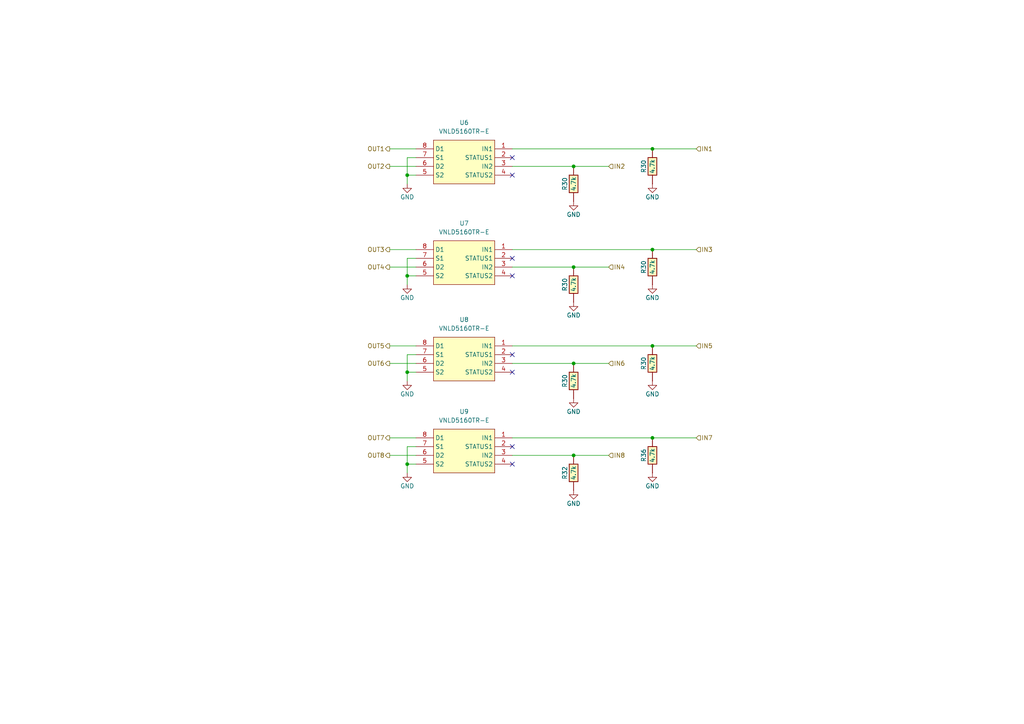
<source format=kicad_sch>
(kicad_sch (version 20250114) (generator "eeschema") (generator_version "9.0")
  (paper "A4")
  (title_block (title "UAEFI") (date "2025-04-30") (rev "E") (company "rusEFI.com"))
  (lib_symbols
    (symbol "chips:VNLD5160"
      (property "Reference" "U" (at 6.35 3.81 0))
      (property "Value" "VNLD5160TR-E" (at 12.7 -11.43 0))
      (symbol "VNLD5160_1_1"
        (rectangle (start 5.08 2.54) (end 22.86 -10.16) (fill (type background)))
        (pin input line (at 0 0 0) (length 5.08) (name "IN1") (number "1"))
        (pin open_collector line (at 0 -2.54 0) (length 5.08) (name "STATUS1") (number "2"))
        (pin input line (at 0 -5.08 0) (length 5.08) (name "IN2") (number "3"))
        (pin open_collector line (at 0 -7.62 0) (length 5.08) (name "STATUS2") (number "4"))
        (pin power_out line (at 27.94 0 180) (length 5.08) (name "D1") (number "8"))
        (pin power_in line (at 27.94 -2.54 180) (length 5.08) (name "S1") (number "7"))
        (pin power_out line (at 27.94 -5.08 180) (length 5.08) (name "D2") (number "6"))
        (pin power_in line (at 27.94 -7.62 180) (length 5.08) (name "S2") (number "5"))
      )
    )
    (symbol "hellen-one-common:Res" (pin_numbers (hide yes))
      (property "Reference" "R" (at 3.81 2.54 0))
      (property "Value" "Res" (at 5.08 -2.54 0))
      (symbol "Res_1_0"
        (rectangle (start 2.54 -1.27) (end 7.62 1.27) (stroke (width 0.254)) (fill (type background)))
        (pin passive line (at 0 0 0) (length 2.54) (name "") (number "1"))
        (pin passive line (at 10.16 0 180) (length 2.54) (name "") (number "2"))
      )
    )
    (symbol "power:GND" (power) (pin_numbers (hide yes)) (pin_names (offset 0) (hide yes))
      (property "Value" "GND" (at 0 -3.81 0))
      (symbol "GND_0_1"
        (polyline (pts (xy 0 0) (xy 0 -1.27) (xy 1.27 -1.27) (xy 0 -2.54) (xy -1.27 -1.27) (xy 0 -1.27)))
      )
      (symbol "GND_1_1"
        (pin power_in line (at 0 0 270) (length 0) (name "~") (number "1"))
      )
    )
  )
  (junction (at 189.23 72.39))
  (junction (at 166.37 77.47))
  (junction (at 189.23 100.33))
  (junction (at 166.37 48.26))
  (junction (at 118.11 50.8))
  (junction (at 118.11 107.95))
  (junction (at 118.11 134.62))
  (junction (at 166.37 132.08))
  (junction (at 189.23 127))
  (junction (at 166.37 105.41))
  (junction (at 189.23 43.18))
  (junction (at 118.11 80.01))
  (no_connect (at 148.59 134.62))
  (no_connect (at 148.59 74.93))
  (no_connect (at 148.59 50.8))
  (no_connect (at 148.59 107.95))
  (no_connect (at 148.59 80.01))
  (no_connect (at 148.59 45.72))
  (no_connect (at 148.59 129.54))
  (no_connect (at 148.59 102.87))
  (wire (pts (xy 118.11 80.01) (xy 118.11 74.93)))
  (wire (pts (xy 118.11 82.55) (xy 118.11 80.01)))
  (wire (pts (xy 118.11 107.95) (xy 118.11 102.87)))
  (wire (pts (xy 113.03 127) (xy 120.65 127)))
  (wire (pts (xy 166.37 132.08) (xy 176.53 132.08)))
  (wire (pts (xy 113.03 48.26) (xy 120.65 48.26)))
  (wire (pts (xy 118.11 50.8) (xy 118.11 45.72)))
  (wire (pts (xy 148.59 43.18) (xy 189.23 43.18)))
  (wire (pts (xy 189.23 100.33) (xy 201.93 100.33)))
  (wire (pts (xy 113.03 43.18) (xy 120.65 43.18)))
  (wire (pts (xy 118.11 45.72) (xy 120.65 45.72)))
  (wire (pts (xy 118.11 102.87) (xy 120.65 102.87)))
  (wire (pts (xy 118.11 134.62) (xy 120.65 134.62)))
  (wire (pts (xy 118.11 110.49) (xy 118.11 107.95)))
  (wire (pts (xy 189.23 127) (xy 201.93 127)))
  (wire (pts (xy 148.59 48.26) (xy 166.37 48.26)))
  (wire (pts (xy 166.37 77.47) (xy 176.53 77.47)))
  (wire (pts (xy 148.59 105.41) (xy 166.37 105.41)))
  (wire (pts (xy 118.11 80.01) (xy 120.65 80.01)))
  (wire (pts (xy 113.03 100.33) (xy 120.65 100.33)))
  (wire (pts (xy 113.03 132.08) (xy 120.65 132.08)))
  (wire (pts (xy 118.11 107.95) (xy 120.65 107.95)))
  (wire (pts (xy 118.11 129.54) (xy 120.65 129.54)))
  (wire (pts (xy 189.23 43.18) (xy 201.93 43.18)))
  (wire (pts (xy 118.11 134.62) (xy 118.11 129.54)))
  (wire (pts (xy 113.03 105.41) (xy 120.65 105.41)))
  (wire (pts (xy 148.59 100.33) (xy 189.23 100.33)))
  (wire (pts (xy 189.23 72.39) (xy 201.93 72.39)))
  (wire (pts (xy 113.03 77.47) (xy 120.65 77.47)))
  (wire (pts (xy 118.11 50.8) (xy 120.65 50.8)))
  (wire (pts (xy 118.11 137.16) (xy 118.11 134.62)))
  (wire (pts (xy 166.37 48.26) (xy 176.53 48.26)))
  (wire (pts (xy 113.03 72.39) (xy 120.65 72.39)))
  (wire (pts (xy 118.11 53.34) (xy 118.11 50.8)))
  (wire (pts (xy 148.59 127) (xy 189.23 127)))
  (wire (pts (xy 148.59 77.47) (xy 166.37 77.47)))
  (wire (pts (xy 148.59 132.08) (xy 166.37 132.08)))
  (wire (pts (xy 118.11 74.93) (xy 120.65 74.93)))
  (wire (pts (xy 166.37 105.41) (xy 176.53 105.41)))
  (wire (pts (xy 148.59 72.39) (xy 189.23 72.39)))
  (hierarchical_label "OUT3" (shape output) (at 113.03 72.39 180))
  (hierarchical_label "OUT1" (shape output) (at 113.03 43.18 180))
  (hierarchical_label "IN4" (shape input) (at 176.53 77.47 0))
  (hierarchical_label "IN2" (shape input) (at 176.53 48.26 0))
  (hierarchical_label "IN8" (shape input) (at 176.53 132.08 0))
  (hierarchical_label "IN1" (shape input) (at 201.93 43.18 0))
  (hierarchical_label "OUT7" (shape output) (at 113.03 127 180))
  (hierarchical_label "OUT6" (shape output) (at 113.03 105.41 180))
  (hierarchical_label "IN6" (shape input) (at 176.53 105.41 0))
  (hierarchical_label "OUT8" (shape output) (at 113.03 132.08 180))
  (hierarchical_label "IN3" (shape input) (at 201.93 72.39 0))
  (hierarchical_label "OUT2" (shape output) (at 113.03 48.26 180))
  (hierarchical_label "OUT4" (shape output) (at 113.03 77.47 180))
  (hierarchical_label "IN5" (shape input) (at 201.93 100.33 0))
  (hierarchical_label "IN7" (shape input) (at 201.93 127 0))
  (hierarchical_label "OUT5" (shape output) (at 113.03 100.33 180))
  (symbol (lib_id "power:GND") (at 118.11 137.16 0) (mirror y) (unit 1)
    (property "Reference" "#PWR066" (effects (hide yes)))
    (property "Value" "GND" (at 118.11 140.97 0))
    (property "Description" "Power symbol creates a global label with name \"GND\" , ground" (effects (hide yes)))
  )
  (symbol (lib_id "power:GND") (at 166.37 58.42 0) (unit 1)
    (property "Reference" "#PWR067" (effects (hide yes)))
    (property "Value" "GND" (at 166.37 62.23 0))
    (property "Description" "Power symbol creates a global label with name \"GND\" , ground" (effects (hide yes)))
    (instances (project "uaefi" (path "" (reference "#PWR067") (unit 1))) (project "uaefi" (path "" (reference "#PWR072") (unit 1))))
  )
  (symbol (lib_id "hellen-one-common:Res") (at 189.23 137.16 90) (unit 1)
    (property "Reference" "R36" (at 186.69 132.08 0))
    (property "Value" "4.7k" (at 189.23 132.08 0))
    (property "Footprint" "hellen-one-common:R0603" (effects (hide yes)))
    (property "LCSC" "C23162" (effects (hide yes)))
  )
  (symbol (lib_id "power:GND") (at 118.11 82.55 0) (mirror y) (unit 1)
    (property "Reference" "#PWR064" (effects (hide yes)))
    (property "Value" "GND" (at 118.11 86.36 0))
    (property "Description" "Power symbol creates a global label with name \"GND\" , ground" (effects (hide yes)))
    (instances (project "uaefi" (path "" (reference "#PWR064") (unit 1))) (project "uaefi" (path "" (reference "#PWR068") (unit 1))))
  )
  (symbol (lib_id "chips:VNLD5160") (at 148.59 43.18 0) (mirror y) (unit 1)
    (property "Reference" "U6" (at 134.62 35.56 0))
    (property "Value" "VNLD5160TR-E" (at 134.62 38.1 0))
    (property "Footprint" "Package_SO:SOIC-8_3.9x4.9mm_P1.27mm" (effects (hide yes)))
    (property "LCSC" "C377942" (effects (hide yes)))
    (instances (project "uaefi" (path "" (reference "U6") (unit 1))) (project "uaefi" (path "" (reference "U9") (unit 1))))
  )
  (symbol (lib_id "power:GND") (at 189.23 137.16 0) (unit 1)
    (property "Reference" "#PWR074" (effects (hide yes)))
    (property "Value" "GND" (at 189.23 140.97 0))
    (property "Description" "Power symbol creates a global label with name \"GND\" , ground" (effects (hide yes)))
  )
  (symbol (lib_id "hellen-one-common:Res") (at 189.23 82.55 90) (unit 1)
    (property "Reference" "R34" (at 186.69 77.47 0))
    (property "Value" "4.7k" (at 189.23 77.47 0))
    (property "Footprint" "hellen-one-common:R0603" (effects (hide yes)))
    (property "LCSC" "C23162" (effects (hide yes)))
    (instances (project "alphax_8ch" (path "" (reference "R30") (unit 1)) (path "" (reference "R67") (unit 1))) (project "alphax_8ch" (path "" (reference "R34") (unit 1))) (project "uaefi" (path "" (reference "R31") (unit 1))))
  )
  (symbol (lib_id "chips:VNLD5160") (at 148.59 127 0) (mirror y) (unit 1)
    (property "Reference" "U9" (at 134.62 119.38 0))
    (property "Value" "VNLD5160TR-E" (at 134.62 121.92 0))
    (property "Footprint" "Package_SO:SOIC-8_3.9x4.9mm_P1.27mm" (effects (hide yes)))
    (property "LCSC" "C377942" (effects (hide yes)))
  )
  (symbol (lib_id "chips:VNLD5160") (at 148.59 72.39 0) (mirror y) (unit 1)
    (property "Reference" "U7" (at 134.62 64.77 0))
    (property "Value" "VNLD5160TR-E" (at 134.62 67.31 0))
    (property "Footprint" "Package_SO:SOIC-8_3.9x4.9mm_P1.27mm" (effects (hide yes)))
    (property "LCSC" "C377942" (effects (hide yes)))
    (instances (project "uaefi" (path "" (reference "U7") (unit 1))) (project "uaefi" (path "" (reference "U10") (unit 1))))
  )
  (symbol (lib_id "power:GND") (at 166.37 87.63 0) (unit 1)
    (property "Reference" "#PWR068" (effects (hide yes)))
    (property "Value" "GND" (at 166.37 91.44 0))
    (property "Description" "Power symbol creates a global label with name \"GND\" , ground" (effects (hide yes)))
    (instances (project "uaefi" (path "" (reference "#PWR068") (unit 1))) (project "uaefi" (path "" (reference "#PWR0145") (unit 1))))
  )
  (symbol (lib_id "power:GND") (at 189.23 110.49 0) (unit 1)
    (property "Reference" "#PWR073" (effects (hide yes)))
    (property "Value" "GND" (at 189.23 114.3 0))
    (property "Description" "Power symbol creates a global label with name \"GND\" , ground" (effects (hide yes)))
    (instances (project "uaefi" (path "" (reference "#PWR073") (unit 1))) (project "uaefi" (path "" (reference "#PWR0147") (unit 1))))
  )
  (symbol (lib_id "hellen-one-common:Res") (at 166.37 115.57 90) (unit 1)
    (property "Reference" "R31" (at 163.83 110.49 0))
    (property "Value" "4.7k" (at 166.37 110.49 0))
    (property "Footprint" "hellen-one-common:R0603" (effects (hide yes)))
    (property "LCSC" "C23162" (effects (hide yes)))
    (instances (project "alphax_8ch" (path "" (reference "R30") (unit 1)) (path "" (reference "R67") (unit 1))) (project "alphax_8ch" (path "" (reference "R31") (unit 1))) (project "uaefi" (path "" (reference "R34") (unit 1))))
  )
  (symbol (lib_id "power:GND") (at 166.37 115.57 0) (unit 1)
    (property "Reference" "#PWR069" (effects (hide yes)))
    (property "Value" "GND" (at 166.37 119.38 0))
    (property "Description" "Power symbol creates a global label with name \"GND\" , ground" (effects (hide yes)))
    (instances (project "uaefi" (path "" (reference "#PWR069") (unit 1))) (project "uaefi" (path "" (reference "#PWR0146") (unit 1))))
  )
  (symbol (lib_id "chips:VNLD5160") (at 148.59 100.33 0) (mirror y) (unit 1)
    (property "Reference" "U8" (at 134.62 92.71 0))
    (property "Value" "VNLD5160TR-E" (at 134.62 95.25 0))
    (property "Footprint" "Package_SO:SOIC-8_3.9x4.9mm_P1.27mm" (effects (hide yes)))
    (property "LCSC" "C377942" (effects (hide yes)))
    (instances (project "uaefi" (path "" (reference "U8") (unit 1))) (project "uaefi" (path "" (reference "U11") (unit 1))))
  )
  (symbol (lib_id "power:GND") (at 189.23 53.34 0) (unit 1)
    (property "Reference" "#PWR071" (effects (hide yes)))
    (property "Value" "GND" (at 189.23 57.15 0))
    (property "Description" "Power symbol creates a global label with name \"GND\" , ground" (effects (hide yes)))
    (instances (project "uaefi" (path "" (reference "#PWR071") (unit 1))) (project "uaefi" (path "" (reference "#PWR0143") (unit 1))))
  )
  (symbol (lib_id "power:GND") (at 166.37 142.24 0) (unit 1)
    (property "Reference" "#PWR070" (effects (hide yes)))
    (property "Value" "GND" (at 166.37 146.05 0))
    (property "Description" "Power symbol creates a global label with name \"GND\" , ground" (effects (hide yes)))
  )
  (symbol (lib_id "power:GND") (at 189.23 82.55 0) (unit 1)
    (property "Reference" "#PWR072" (effects (hide yes)))
    (property "Value" "GND" (at 189.23 86.36 0))
    (property "Description" "Power symbol creates a global label with name \"GND\" , ground" (effects (hide yes)))
    (instances (project "uaefi" (path "" (reference "#PWR072") (unit 1))) (project "uaefi" (path "" (reference "#PWR0144") (unit 1))))
  )
  (symbol (lib_id "hellen-one-common:Res") (at 166.37 58.42 90) (unit 1)
    (property "Reference" "R29" (at 163.83 53.34 0))
    (property "Value" "4.7k" (at 166.37 53.34 0))
    (property "Footprint" "hellen-one-common:R0603" (effects (hide yes)))
    (property "LCSC" "C23162" (effects (hide yes)))
    (instances (project "alphax_8ch" (path "" (reference "R30") (unit 1)) (path "" (reference "R67") (unit 1))) (project "alphax_8ch" (path "" (reference "R29") (unit 1))) (project "uaefi" (path "" (reference "R30") (unit 1))))
  )
  (symbol (lib_id "hellen-one-common:Res") (at 189.23 110.49 90) (unit 1)
    (property "Reference" "R35" (at 186.69 105.41 0))
    (property "Value" "4.7k" (at 189.23 105.41 0))
    (property "Footprint" "hellen-one-common:R0603" (effects (hide yes)))
    (property "LCSC" "C23162" (effects (hide yes)))
    (instances (project "alphax_8ch" (path "" (reference "R30") (unit 1)) (path "" (reference "R67") (unit 1))) (project "alphax_8ch" (path "" (reference "R35") (unit 1))) (project "uaefi" (path "" (reference "R33") (unit 1))))
  )
  (symbol (lib_id "hellen-one-common:Res") (at 166.37 87.63 90) (unit 1)
    (property "Reference" "R30" (at 163.83 82.55 0))
    (property "Value" "4.7k" (at 166.37 82.55 0))
    (property "Footprint" "hellen-one-common:R0603" (effects (hide yes)))
    (property "LCSC" "C23162" (effects (hide yes)))
    (instances (project "alphax_8ch" (path "" (reference "R30") (unit 1)) (path "" (reference "R67") (unit 1))) (project "alphax_8ch" (path "" (reference "R30") (unit 1))) (project "uaefi" (path "" (reference "R32") (unit 1))))
  )
  (symbol (lib_id "hellen-one-common:Res") (at 166.37 142.24 90) (unit 1)
    (property "Reference" "R32" (at 163.83 137.16 0))
    (property "Value" "4.7k" (at 166.37 137.16 0))
    (property "Footprint" "hellen-one-common:R0603" (effects (hide yes)))
    (property "LCSC" "C23162" (effects (hide yes)))
  )
  (symbol (lib_id "power:GND") (at 118.11 110.49 0) (mirror y) (unit 1)
    (property "Reference" "#PWR065" (effects (hide yes)))
    (property "Value" "GND" (at 118.11 114.3 0))
    (property "Description" "Power symbol creates a global label with name \"GND\" , ground" (effects (hide yes)))
    (instances (project "uaefi" (path "" (reference "#PWR065") (unit 1))) (project "uaefi" (path "" (reference "#PWR071") (unit 1))))
  )
  (symbol (lib_id "hellen-one-common:Res") (at 189.23 53.34 90) (unit 1)
    (property "Reference" "R33" (at 186.69 48.26 0))
    (property "Value" "4.7k" (at 189.23 48.26 0))
    (property "Footprint" "hellen-one-common:R0603" (effects (hide yes)))
    (property "LCSC" "C23162" (effects (hide yes)))
    (instances (project "alphax_8ch" (path "" (reference "R30") (unit 1)) (path "" (reference "R67") (unit 1))) (project "alphax_8ch" (path "" (reference "R33") (unit 1))) (project "uaefi" (path "" (reference "R29") (unit 1))))
  )
  (symbol (lib_id "power:GND") (at 118.11 53.34 0) (mirror y) (unit 1)
    (property "Reference" "#PWR063" (effects (hide yes)))
    (property "Value" "GND" (at 118.11 57.15 0))
    (property "Description" "Power symbol creates a global label with name \"GND\" , ground" (effects (hide yes)))
    (instances (project "uaefi" (path "" (reference "#PWR063") (unit 1))) (project "uaefi" (path "" (reference "#PWR067") (unit 1))))
  )
)
</source>
